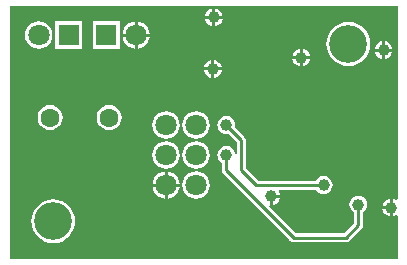
<source format=gbl>
G04 Layer_Physical_Order=2*
G04 Layer_Color=11436288*
%FSLAX44Y44*%
%MOMM*%
G71*
G01*
G75*
%ADD18C,0.2500*%
%ADD19R,1.8000X1.8000*%
%ADD20C,1.8000*%
%ADD21C,1.6000*%
%ADD22C,3.2000*%
%ADD23C,1.0000*%
G36*
X731763Y453374D02*
X730493Y452748D01*
X730052Y453086D01*
X728218Y453846D01*
X727520Y453938D01*
Y446500D01*
Y439062D01*
X728218Y439154D01*
X730052Y439914D01*
X730493Y440252D01*
X731763Y439625D01*
Y403237D01*
X403237D01*
Y616763D01*
X731763D01*
Y453374D01*
D02*
G37*
%LPC*%
G36*
X535750Y527989D02*
X532737Y527593D01*
X529930Y526430D01*
X527519Y524580D01*
X525670Y522170D01*
X524507Y519362D01*
X524110Y516350D01*
X524507Y513337D01*
X525670Y510530D01*
X527519Y508120D01*
X529930Y506270D01*
X532737Y505107D01*
X535750Y504710D01*
X538762Y505107D01*
X541570Y506270D01*
X543980Y508120D01*
X545830Y510530D01*
X546993Y513337D01*
X547389Y516350D01*
X546993Y519362D01*
X545830Y522170D01*
X543980Y524580D01*
X541570Y526430D01*
X538762Y527593D01*
X535750Y527989D01*
D02*
G37*
G36*
X561150D02*
X558137Y527593D01*
X555330Y526430D01*
X552919Y524580D01*
X551070Y522170D01*
X549907Y519362D01*
X549510Y516350D01*
X549907Y513337D01*
X551070Y510530D01*
X552919Y508120D01*
X555330Y506270D01*
X558137Y505107D01*
X561150Y504710D01*
X564162Y505107D01*
X566970Y506270D01*
X569380Y508120D01*
X571230Y510530D01*
X572393Y513337D01*
X572789Y516350D01*
X572393Y519362D01*
X571230Y522170D01*
X569380Y524580D01*
X566970Y526430D01*
X564162Y527593D01*
X561150Y527989D01*
D02*
G37*
G36*
Y502589D02*
X558137Y502193D01*
X555330Y501030D01*
X552919Y499180D01*
X551070Y496770D01*
X549907Y493962D01*
X549510Y490950D01*
X549907Y487937D01*
X551070Y485130D01*
X552919Y482719D01*
X555330Y480870D01*
X558137Y479707D01*
X561150Y479310D01*
X564162Y479707D01*
X566970Y480870D01*
X569380Y482719D01*
X571230Y485130D01*
X572393Y487937D01*
X572789Y490950D01*
X572393Y493962D01*
X571230Y496770D01*
X569380Y499180D01*
X566970Y501030D01*
X564162Y502193D01*
X561150Y502589D01*
D02*
G37*
G36*
X586550Y523955D02*
X584581Y523696D01*
X582747Y522936D01*
X581172Y521727D01*
X579964Y520152D01*
X579204Y518318D01*
X578945Y516350D01*
X579204Y514381D01*
X579964Y512547D01*
X581172Y510972D01*
X582747Y509764D01*
X584581Y509004D01*
X586550Y508745D01*
X588441Y508994D01*
X595386Y502049D01*
Y491841D01*
X595328Y491770D01*
X594681Y491816D01*
X593997Y492146D01*
X593896Y492918D01*
X593136Y494752D01*
X591927Y496328D01*
X590352Y497536D01*
X588518Y498296D01*
X586550Y498555D01*
X584581Y498296D01*
X582747Y497536D01*
X581172Y496328D01*
X579964Y494752D01*
X579204Y492918D01*
X578945Y490950D01*
X579204Y488982D01*
X579964Y487147D01*
X581172Y485572D01*
X582686Y484411D01*
Y478250D01*
X582980Y476771D01*
X583817Y475517D01*
X640967Y418368D01*
X640967Y418367D01*
X641805Y417808D01*
X642221Y417530D01*
X643700Y417236D01*
X643700Y417236D01*
X688150D01*
X689629Y417530D01*
X690882Y418367D01*
X701182Y428667D01*
X701182Y428667D01*
X701742Y429505D01*
X702020Y429921D01*
X702314Y431400D01*
X702314Y431400D01*
Y442361D01*
X703827Y443522D01*
X705036Y445097D01*
X705796Y446931D01*
X706055Y448900D01*
X705796Y450868D01*
X705036Y452702D01*
X703827Y454277D01*
X702252Y455486D01*
X700418Y456246D01*
X698450Y456505D01*
X696481Y456246D01*
X694647Y455486D01*
X693072Y454277D01*
X691864Y452702D01*
X691104Y450868D01*
X690845Y448900D01*
X691104Y446931D01*
X691864Y445097D01*
X693072Y443522D01*
X694586Y442361D01*
Y433000D01*
X686549Y424964D01*
X645301D01*
X622692Y447573D01*
X623285Y448776D01*
X623380Y448763D01*
Y456201D01*
X624650D01*
Y457471D01*
X632088D01*
X631996Y458170D01*
X631236Y460004D01*
X630920Y460416D01*
X631546Y461686D01*
X662561D01*
X663722Y460172D01*
X665297Y458964D01*
X667132Y458204D01*
X669100Y457945D01*
X671068Y458204D01*
X672902Y458964D01*
X674477Y460172D01*
X675686Y461747D01*
X676446Y463582D01*
X676705Y465550D01*
X676446Y467518D01*
X675686Y469352D01*
X674477Y470928D01*
X672902Y472136D01*
X671068Y472896D01*
X669100Y473155D01*
X667132Y472896D01*
X665297Y472136D01*
X663722Y470928D01*
X662561Y469414D01*
X613550D01*
X603114Y479851D01*
Y503650D01*
X603114Y503650D01*
X602820Y505129D01*
X601982Y506382D01*
X593906Y514459D01*
X594155Y516350D01*
X593896Y518318D01*
X593136Y520152D01*
X591927Y521727D01*
X590352Y522936D01*
X588518Y523696D01*
X586550Y523955D01*
D02*
G37*
G36*
X437500Y533331D02*
X434748Y532969D01*
X432184Y531907D01*
X429983Y530217D01*
X428293Y528015D01*
X427231Y525451D01*
X426869Y522700D01*
X427231Y519948D01*
X428293Y517384D01*
X429983Y515183D01*
X432184Y513493D01*
X434748Y512431D01*
X437500Y512069D01*
X440251Y512431D01*
X442815Y513493D01*
X445017Y515183D01*
X446707Y517384D01*
X447769Y519948D01*
X448131Y522700D01*
X447769Y525451D01*
X446707Y528015D01*
X445017Y530217D01*
X442815Y531907D01*
X440251Y532969D01*
X437500Y533331D01*
D02*
G37*
G36*
X574030Y562680D02*
X567862D01*
X567954Y561982D01*
X568714Y560147D01*
X569922Y558572D01*
X571497Y557364D01*
X573331Y556604D01*
X574030Y556512D01*
Y562680D01*
D02*
G37*
G36*
X582738D02*
X576570D01*
Y556512D01*
X577268Y556604D01*
X579102Y557364D01*
X580677Y558572D01*
X581886Y560147D01*
X582646Y561982D01*
X582738Y562680D01*
D02*
G37*
G36*
X574030Y571388D02*
X573331Y571296D01*
X571497Y570536D01*
X569922Y569327D01*
X568714Y567752D01*
X567954Y565918D01*
X567862Y565220D01*
X574030D01*
Y571388D01*
D02*
G37*
G36*
X487500Y533331D02*
X484748Y532969D01*
X482184Y531907D01*
X479983Y530217D01*
X478293Y528015D01*
X477231Y525451D01*
X476869Y522700D01*
X477231Y519948D01*
X478293Y517384D01*
X479983Y515183D01*
X482184Y513493D01*
X484748Y512431D01*
X487500Y512069D01*
X490251Y512431D01*
X492815Y513493D01*
X495017Y515183D01*
X496707Y517384D01*
X497769Y519948D01*
X498131Y522700D01*
X497769Y525451D01*
X496707Y528015D01*
X495017Y530217D01*
X492815Y531907D01*
X490251Y532969D01*
X487500Y533331D01*
D02*
G37*
G36*
X535750Y502589D02*
X532737Y502193D01*
X529930Y501030D01*
X527519Y499180D01*
X525670Y496770D01*
X524507Y493962D01*
X524110Y490950D01*
X524507Y487937D01*
X525670Y485130D01*
X527519Y482719D01*
X529930Y480870D01*
X532737Y479707D01*
X535750Y479310D01*
X538762Y479707D01*
X541570Y480870D01*
X543980Y482719D01*
X545830Y485130D01*
X546993Y487937D01*
X547389Y490950D01*
X546993Y493962D01*
X545830Y496770D01*
X543980Y499180D01*
X541570Y501030D01*
X538762Y502193D01*
X535750Y502589D01*
D02*
G37*
G36*
X724980Y453938D02*
X724281Y453846D01*
X722447Y453086D01*
X720872Y451878D01*
X719664Y450302D01*
X718904Y448468D01*
X718812Y447770D01*
X724980D01*
Y453938D01*
D02*
G37*
G36*
X632088Y454931D02*
X625920D01*
Y448763D01*
X626618Y448855D01*
X628452Y449615D01*
X630027Y450824D01*
X631236Y452399D01*
X631996Y454233D01*
X632088Y454931D01*
D02*
G37*
G36*
X440000Y453630D02*
X436366Y453272D01*
X432871Y452212D01*
X429650Y450490D01*
X426827Y448173D01*
X424510Y445350D01*
X422788Y442129D01*
X421728Y438634D01*
X421370Y435000D01*
X421728Y431366D01*
X422788Y427871D01*
X424510Y424650D01*
X426827Y421827D01*
X429650Y419510D01*
X432871Y417788D01*
X436366Y416728D01*
X440000Y416370D01*
X443634Y416728D01*
X447129Y417788D01*
X450350Y419510D01*
X453173Y421827D01*
X455490Y424650D01*
X457212Y427871D01*
X458272Y431366D01*
X458630Y435000D01*
X458272Y438634D01*
X457212Y442129D01*
X455490Y445350D01*
X453173Y448173D01*
X450350Y450490D01*
X447129Y452212D01*
X443634Y453272D01*
X440000Y453630D01*
D02*
G37*
G36*
X724980Y445230D02*
X718812D01*
X718904Y444532D01*
X719664Y442697D01*
X720872Y441122D01*
X722447Y439914D01*
X724281Y439154D01*
X724980Y439062D01*
Y445230D01*
D02*
G37*
G36*
X561150Y477189D02*
X558137Y476793D01*
X555330Y475630D01*
X552919Y473780D01*
X551070Y471370D01*
X549907Y468562D01*
X549510Y465550D01*
X549907Y462537D01*
X551070Y459730D01*
X552919Y457319D01*
X555330Y455470D01*
X558137Y454307D01*
X561150Y453910D01*
X564162Y454307D01*
X566970Y455470D01*
X569380Y457319D01*
X571230Y459730D01*
X572393Y462537D01*
X572789Y465550D01*
X572393Y468562D01*
X571230Y471370D01*
X569380Y473780D01*
X566970Y475630D01*
X564162Y476793D01*
X561150Y477189D01*
D02*
G37*
G36*
X534480Y477022D02*
X532737Y476793D01*
X529930Y475630D01*
X527519Y473780D01*
X525670Y471370D01*
X524507Y468562D01*
X524277Y466820D01*
X534480D01*
Y477022D01*
D02*
G37*
G36*
X537020D02*
Y466820D01*
X547222D01*
X546993Y468562D01*
X545830Y471370D01*
X543980Y473780D01*
X541570Y475630D01*
X538762Y476793D01*
X537020Y477022D01*
D02*
G37*
G36*
X534480Y464280D02*
X524277D01*
X524507Y462537D01*
X525670Y459730D01*
X527519Y457319D01*
X529930Y455470D01*
X532737Y454307D01*
X534480Y454077D01*
Y464280D01*
D02*
G37*
G36*
X547222D02*
X537020D01*
Y454077D01*
X538762Y454307D01*
X541570Y455470D01*
X543980Y457319D01*
X545830Y459730D01*
X546993Y462537D01*
X547222Y464280D01*
D02*
G37*
G36*
X576570Y571388D02*
Y565220D01*
X582738D01*
X582646Y565918D01*
X581886Y567752D01*
X580677Y569327D01*
X579102Y570536D01*
X577268Y571296D01*
X576570Y571388D01*
D02*
G37*
G36*
X721170Y587288D02*
Y581120D01*
X727338D01*
X727246Y581818D01*
X726486Y583652D01*
X725277Y585228D01*
X723702Y586436D01*
X721868Y587196D01*
X721170Y587288D01*
D02*
G37*
G36*
X509080Y604022D02*
X507337Y603793D01*
X504530Y602630D01*
X502119Y600780D01*
X500270Y598370D01*
X499107Y595562D01*
X498877Y593820D01*
X509080D01*
Y604022D01*
D02*
G37*
G36*
X718630Y587288D02*
X717932Y587196D01*
X716097Y586436D01*
X714522Y585228D01*
X713314Y583652D01*
X712554Y581818D01*
X712462Y581120D01*
X718630D01*
Y587288D01*
D02*
G37*
G36*
X509080Y591280D02*
X498877D01*
X499107Y589537D01*
X500270Y586730D01*
X502119Y584319D01*
X504530Y582470D01*
X507337Y581307D01*
X509080Y581077D01*
Y591280D01*
D02*
G37*
G36*
X521822D02*
X511620D01*
Y581077D01*
X513362Y581307D01*
X516170Y582470D01*
X518580Y584319D01*
X520430Y586730D01*
X521593Y589537D01*
X521822Y591280D01*
D02*
G37*
G36*
X574780Y615088D02*
X574081Y614996D01*
X572247Y614236D01*
X570672Y613027D01*
X569464Y611452D01*
X568704Y609618D01*
X568612Y608920D01*
X574780D01*
Y615088D01*
D02*
G37*
G36*
X577320D02*
Y608920D01*
X583488D01*
X583396Y609618D01*
X582636Y611452D01*
X581427Y613027D01*
X579852Y614236D01*
X578018Y614996D01*
X577320Y615088D01*
D02*
G37*
G36*
X583488Y606380D02*
X577320D01*
Y600212D01*
X578018Y600304D01*
X579852Y601064D01*
X581427Y602272D01*
X582636Y603847D01*
X583396Y605681D01*
X583488Y606380D01*
D02*
G37*
G36*
X511620Y604022D02*
Y593820D01*
X521822D01*
X521593Y595562D01*
X520430Y598370D01*
X518580Y600780D01*
X516170Y602630D01*
X513362Y603793D01*
X511620Y604022D01*
D02*
G37*
G36*
X574780Y606380D02*
X568612D01*
X568704Y605681D01*
X569464Y603847D01*
X570672Y602272D01*
X572247Y601064D01*
X574081Y600304D01*
X574780Y600212D01*
Y606380D01*
D02*
G37*
G36*
X718630Y578580D02*
X712462D01*
X712554Y577882D01*
X713314Y576047D01*
X714522Y574472D01*
X716097Y573264D01*
X717932Y572504D01*
X718630Y572412D01*
Y578580D01*
D02*
G37*
G36*
X727338D02*
X721170D01*
Y572412D01*
X721868Y572504D01*
X723702Y573264D01*
X725277Y574472D01*
X726486Y576047D01*
X727246Y577882D01*
X727338Y578580D01*
D02*
G37*
G36*
X690000Y603630D02*
X686366Y603272D01*
X682871Y602212D01*
X679650Y600490D01*
X676827Y598173D01*
X674510Y595350D01*
X672788Y592129D01*
X671728Y588634D01*
X671370Y585000D01*
X671728Y581366D01*
X672788Y577871D01*
X674510Y574650D01*
X676827Y571827D01*
X679650Y569510D01*
X682871Y567788D01*
X686366Y566728D01*
X690000Y566370D01*
X693634Y566728D01*
X697129Y567788D01*
X700350Y569510D01*
X703173Y571827D01*
X705490Y574650D01*
X707212Y577871D01*
X708272Y581366D01*
X708630Y585000D01*
X708272Y588634D01*
X707212Y592129D01*
X705490Y595350D01*
X703173Y598173D01*
X700350Y600490D01*
X697129Y602212D01*
X693634Y603272D01*
X690000Y603630D01*
D02*
G37*
G36*
X648780Y572230D02*
X642612D01*
X642704Y571531D01*
X643464Y569697D01*
X644672Y568122D01*
X646247Y566914D01*
X648082Y566154D01*
X648780Y566062D01*
Y572230D01*
D02*
G37*
G36*
X657488D02*
X651320D01*
Y566062D01*
X652018Y566154D01*
X653852Y566914D01*
X655427Y568122D01*
X656636Y569697D01*
X657396Y571531D01*
X657488Y572230D01*
D02*
G37*
G36*
X464740Y604090D02*
X441660D01*
Y581010D01*
X464740D01*
Y604090D01*
D02*
G37*
G36*
X496490D02*
X473410D01*
Y581010D01*
X496490D01*
Y604090D01*
D02*
G37*
G36*
X427800Y604189D02*
X424787Y603793D01*
X421980Y602630D01*
X419569Y600780D01*
X417720Y598370D01*
X416557Y595562D01*
X416160Y592550D01*
X416557Y589537D01*
X417720Y586730D01*
X419569Y584319D01*
X421980Y582470D01*
X424787Y581307D01*
X427800Y580910D01*
X430812Y581307D01*
X433620Y582470D01*
X436030Y584319D01*
X437880Y586730D01*
X439043Y589537D01*
X439439Y592550D01*
X439043Y595562D01*
X437880Y598370D01*
X436030Y600780D01*
X433620Y602630D01*
X430812Y603793D01*
X427800Y604189D01*
D02*
G37*
G36*
X648780Y580938D02*
X648082Y580846D01*
X646247Y580086D01*
X644672Y578877D01*
X643464Y577302D01*
X642704Y575468D01*
X642612Y574770D01*
X648780D01*
Y580938D01*
D02*
G37*
G36*
X651320D02*
Y574770D01*
X657488D01*
X657396Y575468D01*
X656636Y577302D01*
X655427Y578877D01*
X653852Y580086D01*
X652018Y580846D01*
X651320Y580938D01*
D02*
G37*
%LPD*%
D18*
X698450Y431400D02*
Y448900D01*
X586550Y516350D02*
X599250Y503650D01*
X688150Y421100D02*
X698450Y431400D01*
X643700Y421100D02*
X688150D01*
X586550Y478250D02*
X643700Y421100D01*
X586550Y478250D02*
Y490950D01*
X599250Y478250D02*
Y503650D01*
Y478250D02*
X611950Y465550D01*
X669100D01*
D19*
X453200Y592550D02*
D03*
X484950D02*
D03*
D20*
X427800D02*
D03*
X535750Y465550D02*
D03*
X561150D02*
D03*
X535750Y516350D02*
D03*
Y490950D02*
D03*
X561150D02*
D03*
Y516350D02*
D03*
X510350Y592550D02*
D03*
D21*
X437500Y522700D02*
D03*
X487500D02*
D03*
D22*
X440000Y435000D02*
D03*
X690000Y585000D02*
D03*
D23*
X586550Y516350D02*
D03*
X669100Y465550D02*
D03*
X586550Y490950D02*
D03*
X698450Y448900D02*
D03*
X650050Y573500D02*
D03*
X576050Y607650D02*
D03*
X575300Y563950D02*
D03*
X719900Y579850D02*
D03*
X726250Y446500D02*
D03*
X624650Y456201D02*
D03*
M02*

</source>
